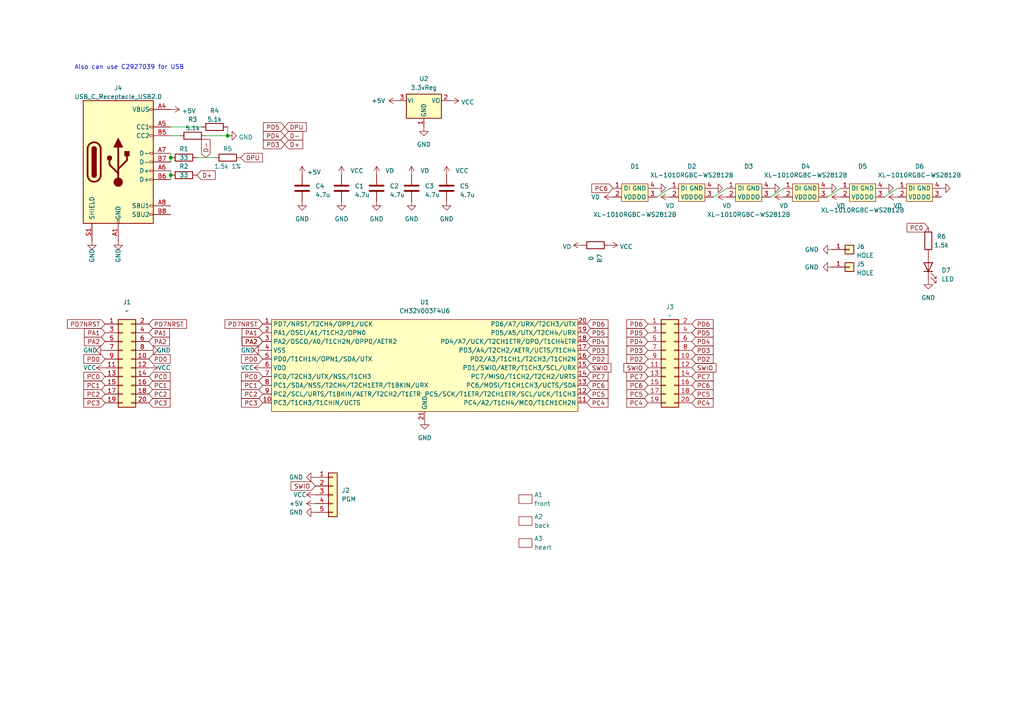
<source format=kicad_sch>
(kicad_sch (version 20230121) (generator eeschema)
  (paper "A4")
  (lib_symbols
    (symbol "CH32V003F4U6:CH32V003F4U6"
      (property "Reference" "U" (at 0 0 0))
      (property "Value" "CH32V003F4U6" (at 0 3.81 0))
      (symbol "CH32V003F4U6_0_1"
        (rectangle (start -44.45 12.7) (end 44.45 -13.97) (fill (type background)))
      )
      (symbol "CH32V003F4U6_1_1"
        (pin bidirectional line (at -46.99 11.43 0) (length 2.54) (name "PD7/NRST/T2CH4/OPP1/UCK") (number "1"))
        (pin bidirectional line (at -46.99 -11.43 0) (length 2.54) (name "PC3/T1CH3/T1CHIN/UCTS") (number "10"))
        (pin bidirectional line (at 46.99 -11.43 180) (length 2.54) (name "PC4/A2/T1CH4/MCO/T1CH1CH2N") (number "11"))
        (pin bidirectional line (at 46.99 -8.89 180) (length 2.54) (name "PC5/SCK/T1ETR/T2CH1ETR/SCL/UCK/T1CH3") (number "12"))
        (pin bidirectional line (at 46.99 -6.35 180) (length 2.54) (name "PC6/MOSI/T1CH1CH3/UCTS/SDA") (number "13"))
        (pin bidirectional line (at 46.99 -3.81 180) (length 2.54) (name "PC7/MISO/T1CH2/T2CH2/URTS") (number "14"))
        (pin bidirectional line (at 46.99 -1.27 180) (length 2.54) (name "PD1/SWIO/AETR/T1CH3/SCL/URX") (number "15"))
        (pin bidirectional line (at 46.99 1.27 180) (length 2.54) (name "PD2/A3/T1CH1/T2CH3/T1CH2N") (number "16"))
        (pin bidirectional line (at 46.99 3.81 180) (length 2.54) (name "PD3/A4/T2CH2/AETR/UCTS/T1CH4") (number "17"))
        (pin bidirectional line (at 46.99 6.35 180) (length 2.54) (name "PD4/A7/UCK/T2CH1ETR/OPO/T1CH4ETR") (number "18"))
        (pin bidirectional line (at 46.99 8.89 180) (length 2.54) (name "PD5/A5/UTX/T2CH4/URX") (number "19"))
        (pin bidirectional line (at -46.99 8.89 0) (length 2.54) (name "PA1/OSCI/A1/T1CH2/OPN0") (number "2"))
        (pin bidirectional line (at 46.99 11.43 180) (length 2.54) (name "PD6/A7/URX/T2CH3/UTX") (number "20"))
        (pin bidirectional line (at 0 -16.51 90) (length 2.54) (name "GND") (number "21"))
        (pin bidirectional line (at -46.99 6.35 0) (length 2.54) (name "PA2/OSCO/A0/T1CH2N/OPP0/AETR2") (number "3"))
        (pin bidirectional line (at -46.99 3.81 0) (length 2.54) (name "VSS") (number "4"))
        (pin bidirectional line (at -46.99 1.27 0) (length 2.54) (name "PD0/T1CH1N/OPN1/SDA/UTX") (number "5"))
        (pin bidirectional line (at -46.99 -1.27 0) (length 2.54) (name "VDD") (number "6"))
        (pin bidirectional line (at -46.99 -3.81 0) (length 2.54) (name "PC0/T2CH3/UTX/NSS/T1CH3") (number "7"))
        (pin bidirectional line (at -46.99 -6.35 0) (length 2.54) (name "PC1/SDA/NSS/T2CH4/T2CH1ETR/T1BKIN/URX") (number "8"))
        (pin bidirectional line (at -46.99 -8.89 0) (length 2.54) (name "PC2/SCL/URTS/T1BKIN/AETR/T2CH2/T1ETR") (number "9"))
      )
    )
    (symbol "Connector:USB_C_Receptacle_USB2.0" (pin_names (offset 1.016))
      (property "Reference" "J" (at -10.16 19.05 0))
      (property "Value" "USB_C_Receptacle_USB2.0" (at 19.05 19.05 0))
      (symbol "USB_C_Receptacle_USB2.0_0_0"
        (rectangle (start -0.254 -17.78) (end 0.254 -16.764))
        (rectangle (start 10.16 -14.986) (end 9.144 -15.494))
        (rectangle (start 10.16 -12.446) (end 9.144 -12.954))
        (rectangle (start 10.16 -4.826) (end 9.144 -5.334))
        (rectangle (start 10.16 -2.286) (end 9.144 -2.794))
        (rectangle (start 10.16 0.254) (end 9.144 -0.254))
        (rectangle (start 10.16 2.794) (end 9.144 2.286))
        (rectangle (start 10.16 7.874) (end 9.144 7.366))
        (rectangle (start 10.16 10.414) (end 9.144 9.906))
        (rectangle (start 10.16 15.494) (end 9.144 14.986))
      )
      (symbol "USB_C_Receptacle_USB2.0_0_1"
        (rectangle (start -10.16 17.78) (end 10.16 -17.78) (stroke (width 0.254)) (fill (type background)))
        (arc (start -8.89 -3.81) (mid -6.985 -5.7067) (end -5.08 -3.81) (stroke (width 0.508)))
        (arc (start -7.62 -3.81) (mid -6.985 -4.4423) (end -6.35 -3.81) (stroke (width 0.254)))
        (arc (start -7.62 -3.81) (mid -6.985 -4.4423) (end -6.35 -3.81) (stroke (width 0.254)) (fill (type outline)))
        (rectangle (start -7.62 -3.81) (end -6.35 3.81) (stroke (width 0.254)) (fill (type outline)))
        (arc (start -6.35 3.81) (mid -6.985 4.4423) (end -7.62 3.81) (stroke (width 0.254)))
        (arc (start -6.35 3.81) (mid -6.985 4.4423) (end -7.62 3.81) (stroke (width 0.254)) (fill (type outline)))
        (arc (start -5.08 3.81) (mid -6.985 5.7067) (end -8.89 3.81) (stroke (width 0.508)))
        (circle (center -2.54 1.143) (radius 0.635) (stroke (width 0.254)) (fill (type outline)))
        (circle (center 0 -5.842) (radius 1.27) (fill (type outline)))
        (polyline (pts (xy -8.89 -3.81) (xy -8.89 3.81)) (stroke (width 0.508)))
        (polyline (pts (xy -5.08 3.81) (xy -5.08 -3.81)) (stroke (width 0.508)))
        (polyline (pts (xy 0 -5.842) (xy 0 4.318)) (stroke (width 0.508)))
        (polyline (pts (xy 0 -3.302) (xy -2.54 -0.762) (xy -2.54 0.508)) (stroke (width 0.508)))
        (polyline (pts (xy 0 -2.032) (xy 2.54 0.508) (xy 2.54 1.778)) (stroke (width 0.508)))
        (polyline (pts (xy -1.27 4.318) (xy 0 6.858) (xy 1.27 4.318) (xy -1.27 4.318)) (stroke (width 0.254)) (fill (type outline)))
        (rectangle (start 1.905 1.778) (end 3.175 3.048) (stroke (width 0.254)) (fill (type outline)))
      )
      (symbol "USB_C_Receptacle_USB2.0_1_1"
        (pin passive line (at 0 -22.86 90) (length 5.08) (name "GND") (number "A1"))
        (pin passive line (at 0 -22.86 90) (length 5.08) hide (name "GND") (number "A12"))
        (pin passive line (at 15.24 15.24 180) (length 5.08) (name "VBUS") (number "A4"))
        (pin bidirectional line (at 15.24 10.16 180) (length 5.08) (name "CC1") (number "A5"))
        (pin bidirectional line (at 15.24 -2.54 180) (length 5.08) (name "D+") (number "A6"))
        (pin bidirectional line (at 15.24 2.54 180) (length 5.08) (name "D-") (number "A7"))
        (pin bidirectional line (at 15.24 -12.7 180) (length 5.08) (name "SBU1") (number "A8"))
        (pin passive line (at 15.24 15.24 180) (length 5.08) hide (name "VBUS") (number "A9"))
        (pin passive line (at 0 -22.86 90) (length 5.08) hide (name "GND") (number "B1"))
        (pin passive line (at 0 -22.86 90) (length 5.08) hide (name "GND") (number "B12"))
        (pin passive line (at 15.24 15.24 180) (length 5.08) hide (name "VBUS") (number "B4"))
        (pin bidirectional line (at 15.24 7.62 180) (length 5.08) (name "CC2") (number "B5"))
        (pin bidirectional line (at 15.24 -5.08 180) (length 5.08) (name "D+") (number "B6"))
        (pin bidirectional line (at 15.24 0 180) (length 5.08) (name "D-") (number "B7"))
        (pin bidirectional line (at 15.24 -15.24 180) (length 5.08) (name "SBU2") (number "B8"))
        (pin passive line (at 15.24 15.24 180) (length 5.08) hide (name "VBUS") (number "B9"))
        (pin passive line (at -7.62 -22.86 90) (length 5.08) (name "SHIELD") (number "S1"))
      )
    )
    (symbol "Connector_Generic:Conn_01x01" (pin_names (offset 1.016) hide)
      (property "Reference" "J" (at 0 2.54 0))
      (property "Value" "Conn_01x01" (at 0 -2.54 0))
      (symbol "Conn_01x01_1_1"
        (rectangle (start -1.27 0.127) (end 0 -0.127) (stroke (width 0.1524)))
        (rectangle (start -1.27 1.27) (end 1.27 -1.27) (stroke (width 0.254)) (fill (type background)))
        (pin passive line (at -5.08 0 0) (length 3.81) (name "Pin_1") (number "1"))
      )
    )
    (symbol "Connector_Generic:Conn_01x05" (pin_names (offset 1.016) hide)
      (property "Reference" "J" (at 0 7.62 0))
      (property "Value" "Conn_01x05" (at 0 -7.62 0))
      (symbol "Conn_01x05_1_1"
        (rectangle (start -1.27 -4.953) (end 0 -5.207) (stroke (width 0.1524)))
        (rectangle (start -1.27 -2.413) (end 0 -2.667) (stroke (width 0.1524)))
        (rectangle (start -1.27 0.127) (end 0 -0.127) (stroke (width 0.1524)))
        (rectangle (start -1.27 2.667) (end 0 2.413) (stroke (width 0.1524)))
        (rectangle (start -1.27 5.207) (end 0 4.953) (stroke (width 0.1524)))
        (rectangle (start -1.27 6.35) (end 1.27 -6.35) (stroke (width 0.254)) (fill (type background)))
        (pin passive line (at -5.08 5.08 0) (length 3.81) (name "Pin_1") (number "1"))
        (pin passive line (at -5.08 2.54 0) (length 3.81) (name "Pin_2") (number "2"))
        (pin passive line (at -5.08 0 0) (length 3.81) (name "Pin_3") (number "3"))
        (pin passive line (at -5.08 -2.54 0) (length 3.81) (name "Pin_4") (number "4"))
        (pin passive line (at -5.08 -5.08 0) (length 3.81) (name "Pin_5") (number "5"))
      )
    )
    (symbol "Connector_Generic:Conn_02x10_Odd_Even" (pin_names (offset 1.016) hide)
      (property "Reference" "J" (at 1.27 12.7 0))
      (property "Value" "Conn_02x10_Odd_Even" (at 1.27 -15.24 0))
      (symbol "Conn_02x10_Odd_Even_1_1"
        (rectangle (start -1.27 -12.573) (end 0 -12.827) (stroke (width 0.1524)))
        (rectangle (start -1.27 -10.033) (end 0 -10.287) (stroke (width 0.1524)))
        (rectangle (start -1.27 -7.493) (end 0 -7.747) (stroke (width 0.1524)))
        (rectangle (start -1.27 -4.953) (end 0 -5.207) (stroke (width 0.1524)))
        (rectangle (start -1.27 -2.413) (end 0 -2.667) (stroke (width 0.1524)))
        (rectangle (start -1.27 0.127) (end 0 -0.127) (stroke (width 0.1524)))
        (rectangle (start -1.27 2.667) (end 0 2.413) (stroke (width 0.1524)))
        (rectangle (start -1.27 5.207) (end 0 4.953) (stroke (width 0.1524)))
        (rectangle (start -1.27 7.747) (end 0 7.493) (stroke (width 0.1524)))
        (rectangle (start -1.27 10.287) (end 0 10.033) (stroke (width 0.1524)))
        (rectangle (start -1.27 11.43) (end 3.81 -13.97) (stroke (width 0.254)) (fill (type background)))
        (rectangle (start 3.81 -12.573) (end 2.54 -12.827) (stroke (width 0.1524)))
        (rectangle (start 3.81 -10.033) (end 2.54 -10.287) (stroke (width 0.1524)))
        (rectangle (start 3.81 -7.493) (end 2.54 -7.747) (stroke (width 0.1524)))
        (rectangle (start 3.81 -4.953) (end 2.54 -5.207) (stroke (width 0.1524)))
        (rectangle (start 3.81 -2.413) (end 2.54 -2.667) (stroke (width 0.1524)))
        (rectangle (start 3.81 0.127) (end 2.54 -0.127) (stroke (width 0.1524)))
        (rectangle (start 3.81 2.667) (end 2.54 2.413) (stroke (width 0.1524)))
        (rectangle (start 3.81 5.207) (end 2.54 4.953) (stroke (width 0.1524)))
        (rectangle (start 3.81 7.747) (end 2.54 7.493) (stroke (width 0.1524)))
        (rectangle (start 3.81 10.287) (end 2.54 10.033) (stroke (width 0.1524)))
        (pin passive line (at -5.08 10.16 0) (length 3.81) (name "Pin_1") (number "1"))
        (pin passive line (at 7.62 0 180) (length 3.81) (name "Pin_10") (number "10"))
        (pin passive line (at -5.08 -2.54 0) (length 3.81) (name "Pin_11") (number "11"))
        (pin passive line (at 7.62 -2.54 180) (length 3.81) (name "Pin_12") (number "12"))
        (pin passive line (at -5.08 -5.08 0) (length 3.81) (name "Pin_13") (number "13"))
        (pin passive line (at 7.62 -5.08 180) (length 3.81) (name "Pin_14") (number "14"))
        (pin passive line (at -5.08 -7.62 0) (length 3.81) (name "Pin_15") (number "15"))
        (pin passive line (at 7.62 -7.62 180) (length 3.81) (name "Pin_16") (number "16"))
        (pin passive line (at -5.08 -10.16 0) (length 3.81) (name "Pin_17") (number "17"))
        (pin passive line (at 7.62 -10.16 180) (length 3.81) (name "Pin_18") (number "18"))
        (pin passive line (at -5.08 -12.7 0) (length 3.81) (name "Pin_19") (number "19"))
        (pin passive line (at 7.62 10.16 180) (length 3.81) (name "Pin_2") (number "2"))
        (pin passive line (at 7.62 -12.7 180) (length 3.81) (name "Pin_20") (number "20"))
        (pin passive line (at -5.08 7.62 0) (length 3.81) (name "Pin_3") (number "3"))
        (pin passive line (at 7.62 7.62 180) (length 3.81) (name "Pin_4") (number "4"))
        (pin passive line (at -5.08 5.08 0) (length 3.81) (name "Pin_5") (number "5"))
        (pin passive line (at 7.62 5.08 180) (length 3.81) (name "Pin_6") (number "6"))
        (pin passive line (at -5.08 2.54 0) (length 3.81) (name "Pin_7") (number "7"))
        (pin passive line (at 7.62 2.54 180) (length 3.81) (name "Pin_8") (number "8"))
        (pin passive line (at -5.08 0 0) (length 3.81) (name "Pin_9") (number "9"))
      )
    )
    (symbol "Device:C" (pin_numbers hide) (pin_names (offset 0.254))
      (property "Reference" "C" (at 0.635 2.54 0))
      (property "Value" "C" (at 0.635 -2.54 0))
      (symbol "C_0_1"
        (polyline (pts (xy -2.032 -0.762) (xy 2.032 -0.762)) (stroke (width 0.508)))
        (polyline (pts (xy -2.032 0.762) (xy 2.032 0.762)) (stroke (width 0.508)))
      )
      (symbol "C_1_1"
        (pin passive line (at 0 3.81 270) (length 2.794) (name "~") (number "1"))
        (pin passive line (at 0 -3.81 90) (length 2.794) (name "~") (number "2"))
      )
    )
    (symbol "Device:LED" (pin_numbers hide) (pin_names (offset 1.016) hide)
      (property "Reference" "D" (at 0 2.54 0))
      (property "Value" "LED" (at 0 -2.54 0))
      (symbol "LED_0_1"
        (polyline (pts (xy -1.27 -1.27) (xy -1.27 1.27)) (stroke (width 0.254)))
        (polyline (pts (xy -1.27 0) (xy 1.27 0)))
        (polyline (pts (xy 1.27 -1.27) (xy 1.27 1.27) (xy -1.27 0) (xy 1.27 -1.27)) (stroke (width 0.254)))
        (polyline (pts (xy -3.048 -0.762) (xy -4.572 -2.286) (xy -3.81 -2.286) (xy -4.572 -2.286) (xy -4.572 -1.524)))
        (polyline (pts (xy -1.778 -0.762) (xy -3.302 -2.286) (xy -2.54 -2.286) (xy -3.302 -2.286) (xy -3.302 -1.524)))
      )
      (symbol "LED_1_1"
        (pin passive line (at -3.81 0 0) (length 2.54) (name "K") (number "1"))
        (pin passive line (at 3.81 0 180) (length 2.54) (name "A") (number "2"))
      )
    )
    (symbol "Device:R" (pin_numbers hide) (pin_names (offset 0))
      (property "Reference" "R" (at 2.032 0 90))
      (property "Value" "R" (at 0 0 90))
      (symbol "R_0_1"
        (rectangle (start -1.016 -2.54) (end 1.016 2.54) (stroke (width 0.254)))
      )
      (symbol "R_1_1"
        (pin passive line (at 0 3.81 270) (length 1.27) (name "~") (number "1"))
        (pin passive line (at 0 -3.81 90) (length 1.27) (name "~") (number "2"))
      )
    )
    (symbol "Regulator_Linear:XC6206PxxxMR" (pin_names (offset 0.254))
      (property "Reference" "U" (at -3.81 3.175 0))
      (property "Value" "XC6206PxxxMR" (at 0 3.175 0))
      (symbol "XC6206PxxxMR_0_1"
        (rectangle (start -5.08 1.905) (end 5.08 -5.08) (stroke (width 0.254)) (fill (type background)))
      )
      (symbol "XC6206PxxxMR_1_1"
        (pin power_in line (at 0 -7.62 90) (length 2.54) (name "GND") (number "1"))
        (pin power_out line (at 7.62 0 180) (length 2.54) (name "VO") (number "2"))
        (pin power_in line (at -7.62 0 0) (length 2.54) (name "VI") (number "3"))
      )
    )
    (symbol "SK6805-EC15_1"
      (property "Reference" "D" (at 0 -3.81 0))
      (property "Value" "SK6805-EC15_1" (at -1.27 3.81 0))
      (symbol "SK6805-EC15_1_0_1"
        (rectangle (start -3.81 2.54) (end 3.81 -2.54) (fill (type background)))
      )
      (symbol "SK6805-EC15_1_1_1"
        (pin input line (at -6.35 1.27 0) (length 2.54) (name "DI") (number "1"))
        (pin power_in line (at -6.35 -1.27 0) (length 2.54) (name "VDD") (number "2"))
        (pin output line (at 6.35 -1.27 180) (length 2.54) (name "DO") (number "3"))
        (pin power_in line (at 6.35 1.27 180) (length 2.54) (name "GND") (number "4"))
      )
    )
    (symbol "SK6805-EC15_2"
      (property "Reference" "D" (at 0 -3.81 0))
      (property "Value" "SK6805-EC15_2" (at -1.27 3.81 0))
      (symbol "SK6805-EC15_2_0_1"
        (rectangle (start -3.81 2.54) (end 3.81 -2.54) (fill (type background)))
      )
      (symbol "SK6805-EC15_2_1_1"
        (pin input line (at -6.35 1.27 0) (length 2.54) (name "DI") (number "1"))
        (pin power_in line (at -6.35 -1.27 0) (length 2.54) (name "VDD") (number "2"))
        (pin output line (at 6.35 -1.27 180) (length 2.54) (name "DO") (number "3"))
        (pin power_in line (at 6.35 1.27 180) (length 2.54) (name "GND") (number "4"))
      )
    )
    (symbol "SK6805-EC15_3"
      (property "Reference" "D" (at 0 -3.81 0))
      (property "Value" "SK6805-EC15_3" (at -1.27 3.81 0))
      (symbol "SK6805-EC15_3_0_1"
        (rectangle (start -3.81 2.54) (end 3.81 -2.54) (fill (type background)))
      )
      (symbol "SK6805-EC15_3_1_1"
        (pin input line (at -6.35 1.27 0) (length 2.54) (name "DI") (number "1"))
        (pin power_in line (at -6.35 -1.27 0) (length 2.54) (name "VDD") (number "2"))
        (pin output line (at 6.35 -1.27 180) (length 2.54) (name "DO") (number "3"))
        (pin power_in line (at 6.35 1.27 180) (length 2.54) (name "GND") (number "4"))
      )
    )
    (symbol "SK6805-EC15_4"
      (property "Reference" "D" (at 0 -3.81 0))
      (property "Value" "SK6805-EC15_4" (at -1.27 3.81 0))
      (symbol "SK6805-EC15_4_0_1"
        (rectangle (start -3.81 2.54) (end 3.81 -2.54) (fill (type background)))
      )
      (symbol "SK6805-EC15_4_1_1"
        (pin input line (at -6.35 1.27 0) (length 2.54) (name "DI") (number "1"))
        (pin power_in line (at -6.35 -1.27 0) (length 2.54) (name "VDD") (number "2"))
        (pin output line (at 6.35 -1.27 180) (length 2.54) (name "DO") (number "3"))
        (pin power_in line (at 6.35 1.27 180) (length 2.54) (name "GND") (number "4"))
      )
    )
    (symbol "SK6805-EC15_5"
      (property "Reference" "D" (at 0 -3.81 0))
      (property "Value" "SK6805-EC15_5" (at -1.27 3.81 0))
      (symbol "SK6805-EC15_5_0_1"
        (rectangle (start -3.81 2.54) (end 3.81 -2.54) (fill (type background)))
      )
      (symbol "SK6805-EC15_5_1_1"
        (pin input line (at -6.35 1.27 0) (length 2.54) (name "DI") (number "1"))
        (pin power_in line (at -6.35 -1.27 0) (length 2.54) (name "VDD") (number "2"))
        (pin output line (at 6.35 -1.27 180) (length 2.54) (name "DO") (number "3"))
        (pin power_in line (at 6.35 1.27 180) (length 2.54) (name "GND") (number "4"))
      )
    )
    (symbol "artwork:artwork"
      (property "Reference" "A" (at 0 0 0))
      (property "Value" "artwork" (at 0 2.54 0))
      (symbol "artwork_0_1"
        (rectangle (start -1.905 1.27) (end 1.905 -1.27))
      )
    )
    (symbol "cnhardware:SK6805-EC15"
      (property "Reference" "D" (at 0 -3.81 0))
      (property "Value" "SK6805-EC15" (at -1.27 3.81 0))
      (symbol "SK6805-EC15_0_1"
        (rectangle (start -3.81 2.54) (end 3.81 -2.54) (fill (type background)))
      )
      (symbol "SK6805-EC15_1_1"
        (pin input line (at -6.35 1.27 0) (length 2.54) (name "DI") (number "1"))
        (pin power_in line (at -6.35 -1.27 0) (length 2.54) (name "VDD") (number "2"))
        (pin output line (at 6.35 -1.27 180) (length 2.54) (name "DO") (number "3"))
        (pin power_in line (at 6.35 1.27 180) (length 2.54) (name "GND") (number "4"))
      )
    )
    (symbol "power:+5V" (power) (pin_names (offset 0))
      (property "Value" "+5V" (at 0 3.556 0))
      (symbol "+5V_0_1"
        (polyline (pts (xy -0.762 1.27) (xy 0 2.54)))
        (polyline (pts (xy 0 0) (xy 0 2.54)))
        (polyline (pts (xy 0 2.54) (xy 0.762 1.27)))
      )
      (symbol "+5V_1_1"
        (pin power_in line (at 0 0 90) (length 0) hide (name "+5V") (number "1"))
      )
    )
    (symbol "power:GND" (power) (pin_names (offset 0))
      (property "Value" "GND" (at 0 -3.81 0))
      (symbol "GND_0_1"
        (polyline (pts (xy 0 0) (xy 0 -1.27) (xy 1.27 -1.27) (xy 0 -2.54) (xy -1.27 -1.27) (xy 0 -1.27)))
      )
      (symbol "GND_1_1"
        (pin power_in line (at 0 0 270) (length 0) hide (name "GND") (number "1"))
      )
    )
    (symbol "power:VCC" (power) (pin_names (offset 0))
      (property "Value" "VCC" (at 0 3.81 0))
      (symbol "VCC_0_1"
        (polyline (pts (xy -0.762 1.27) (xy 0 2.54)))
        (polyline (pts (xy 0 0) (xy 0 2.54)))
        (polyline (pts (xy 0 2.54) (xy 0.762 1.27)))
      )
      (symbol "VCC_1_1"
        (pin power_in line (at 0 0 90) (length 0) hide (name "VCC") (number "1"))
      )
    )
    (symbol "power:VD" (power) (pin_names (offset 0))
      (property "Value" "VD" (at 0 3.81 0))
      (symbol "VD_0_1"
        (polyline (pts (xy -0.762 1.27) (xy 0 2.54)))
        (polyline (pts (xy 0 0) (xy 0 2.54)))
        (polyline (pts (xy 0 2.54) (xy 0.762 1.27)))
      )
      (symbol "VD_1_1"
        (pin power_in line (at 0 0 90) (length 0) hide (name "VD") (number "1"))
      )
    )
  )
  (junction (at 49.53 50.8))
  (junction (at 66.04 39.37))
  (junction (at 49.53 45.72))
  (wire (pts (xy 57.15 45.72) (xy 62.23 45.72)))
  (wire (pts (xy 52.07 39.37) (xy 49.53 39.37)))
  (wire (pts (xy 66.04 39.37) (xy 66.04 36.83)))
  (wire (pts (xy 223.52 57.15) (xy 227.33 54.61)))
  (wire (pts (xy 49.53 49.53) (xy 49.53 50.8)))
  (wire (pts (xy 207.01 57.15) (xy 210.82 54.61)))
  (wire (pts (xy 190.5 57.15) (xy 194.31 54.61)))
  (wire (pts (xy 240.03 57.15) (xy 243.84 54.61)))
  (wire (pts (xy 49.53 45.72) (xy 49.53 46.99)))
  (wire (pts (xy 59.69 39.37) (xy 66.04 39.37)))
  (wire (pts (xy 256.54 57.15) (xy 260.35 54.61)))
  (wire (pts (xy 49.53 44.45) (xy 49.53 45.72)))
  (wire (pts (xy 58.42 36.83) (xy 49.53 36.83)))
  (wire (pts (xy 49.53 50.8) (xy 49.53 52.07)))
  (text "Also can use C2927039 for USB" (at 21.59 20.32 0) (effects (font (size 1.27 1.27)) (justify left bottom)))
  (global_label "PC5" (shape input) (at 187.96 114.3 180) (property "Intersheetrefs" "${INTERSHEET_REFS}" (effects hide)))
  (global_label "PC3" (shape input) (at 30.48 116.84 180) (property "Intersheetrefs" "${INTERSHEET_REFS}" (effects hide)))
  (global_label "PA1" (shape input) (at 43.18 96.52 0) (property "Intersheetrefs" "${INTERSHEET_REFS}" (effects hide)))
  (global_label "PD6" (shape input) (at 170.18 93.98 0) (property "Intersheetrefs" "${INTERSHEET_REFS}" (effects hide)))
  (global_label "D+" (shape input) (at 82.55 41.91 0) (property "Intersheetrefs" "${INTERSHEET_REFS}" (effects hide)))
  (global_label "PC6" (shape input) (at 200.66 111.76 0) (property "Intersheetrefs" "${INTERSHEET_REFS}" (effects hide)))
  (global_label "SWIO" (shape input) (at 200.66 106.68 0) (property "Intersheetrefs" "${INTERSHEET_REFS}" (effects hide)))
  (global_label "PD2" (shape input) (at 170.18 104.14 0) (property "Intersheetrefs" "${INTERSHEET_REFS}" (effects hide)))
  (global_label "PC0" (shape input) (at 269.24 66.04 180) (property "Intersheetrefs" "${INTERSHEET_REFS}" (effects hide)))
  (global_label "PC5" (shape input) (at 170.18 114.3 0) (property "Intersheetrefs" "${INTERSHEET_REFS}" (effects hide)))
  (global_label "PA2" (shape input) (at 76.2 99.06 180) (property "Intersheetrefs" "${INTERSHEET_REFS}" (effects hide)))
  (global_label "PD0" (shape input) (at 30.48 104.14 180) (property "Intersheetrefs" "${INTERSHEET_REFS}" (effects hide)))
  (global_label "PC3" (shape input) (at 43.18 116.84 0) (property "Intersheetrefs" "${INTERSHEET_REFS}" (effects hide)))
  (global_label "PD5" (shape input) (at 187.96 96.52 180) (property "Intersheetrefs" "${INTERSHEET_REFS}" (effects hide)))
  (global_label "PC0" (shape input) (at 76.2 109.22 180) (property "Intersheetrefs" "${INTERSHEET_REFS}" (effects hide)))
  (global_label "PD4" (shape input) (at 170.18 99.06 0) (property "Intersheetrefs" "${INTERSHEET_REFS}" (effects hide)))
  (global_label "PC1" (shape input) (at 43.18 111.76 0) (property "Intersheetrefs" "${INTERSHEET_REFS}" (effects hide)))
  (global_label "PC3" (shape input) (at 76.2 116.84 180) (property "Intersheetrefs" "${INTERSHEET_REFS}" (effects hide)))
  (global_label "PD5" (shape input) (at 200.66 96.52 0) (property "Intersheetrefs" "${INTERSHEET_REFS}" (effects hide)))
  (global_label "PD6" (shape input) (at 200.66 93.98 0) (property "Intersheetrefs" "${INTERSHEET_REFS}" (effects hide)))
  (global_label "PA2" (shape input) (at 43.18 99.06 0) (property "Intersheetrefs" "${INTERSHEET_REFS}" (effects hide)))
  (global_label "PD7NRST" (shape input) (at 43.18 93.98 0) (property "Intersheetrefs" "${INTERSHEET_REFS}" (effects hide)))
  (global_label "PA1" (shape input) (at 76.2 96.52 180) (property "Intersheetrefs" "${INTERSHEET_REFS}" (effects hide)))
  (global_label "PA2" (shape input) (at 30.48 99.06 180) (property "Intersheetrefs" "${INTERSHEET_REFS}" (effects hide)))
  (global_label "PD7NRST" (shape input) (at 76.2 93.98 180) (property "Intersheetrefs" "${INTERSHEET_REFS}" (effects hide)))
  (global_label "PC1" (shape input) (at 76.2 111.76 180) (property "Intersheetrefs" "${INTERSHEET_REFS}" (effects hide)))
  (global_label "PC7" (shape input) (at 187.96 109.22 180) (property "Intersheetrefs" "${INTERSHEET_REFS}" (effects hide)))
  (global_label "D-" (shape input) (at 82.55 39.37 0) (property "Intersheetrefs" "${INTERSHEET_REFS}" (effects hide)))
  (global_label "PC2" (shape input) (at 30.48 114.3 180) (property "Intersheetrefs" "${INTERSHEET_REFS}" (effects hide)))
  (global_label "PC4" (shape input) (at 187.96 116.84 180) (property "Intersheetrefs" "${INTERSHEET_REFS}" (effects hide)))
  (global_label "PC5" (shape input) (at 200.66 114.3 0) (property "Intersheetrefs" "${INTERSHEET_REFS}" (effects hide)))
  (global_label "PD4" (shape input) (at 82.55 39.37 180) (property "Intersheetrefs" "${INTERSHEET_REFS}" (effects hide)))
  (global_label "PC2" (shape input) (at 43.18 114.3 0) (property "Intersheetrefs" "${INTERSHEET_REFS}" (effects hide)))
  (global_label "PD7NRST" (shape input) (at 30.48 93.98 180) (property "Intersheetrefs" "${INTERSHEET_REFS}" (effects hide)))
  (global_label "PD3" (shape input) (at 170.18 101.6 0) (property "Intersheetrefs" "${INTERSHEET_REFS}" (effects hide)))
  (global_label "PD2" (shape input) (at 200.66 104.14 0) (property "Intersheetrefs" "${INTERSHEET_REFS}" (effects hide)))
  (global_label "D-" (shape input) (at 59.69 45.72 90) (property "Intersheetrefs" "${INTERSHEET_REFS}" (effects hide)))
  (global_label "PC0" (shape input) (at 30.48 109.22 180) (property "Intersheetrefs" "${INTERSHEET_REFS}" (effects hide)))
  (global_label "PC1" (shape input) (at 30.48 111.76 180) (property "Intersheetrefs" "${INTERSHEET_REFS}" (effects hide)))
  (global_label "PC7" (shape input) (at 170.18 109.22 0) (property "Intersheetrefs" "${INTERSHEET_REFS}" (effects hide)))
  (global_label "PD3" (shape input) (at 200.66 101.6 0) (property "Intersheetrefs" "${INTERSHEET_REFS}" (effects hide)))
  (global_label "DPU" (shape input) (at 69.85 45.72 0) (property "Intersheetrefs" "${INTERSHEET_REFS}" (effects hide)))
  (global_label "DPU" (shape input) (at 82.55 36.83 0) (property "Intersheetrefs" "${INTERSHEET_REFS}" (effects hide)))
  (global_label "D+" (shape input) (at 57.15 50.8 0) (property "Intersheetrefs" "${INTERSHEET_REFS}" (effects hide)))
  (global_label "PD3" (shape input) (at 187.96 101.6 180) (property "Intersheetrefs" "${INTERSHEET_REFS}" (effects hide)))
  (global_label "PD0" (shape input) (at 76.2 104.14 180) (property "Intersheetrefs" "${INTERSHEET_REFS}" (effects hide)))
  (global_label "PC6" (shape input) (at 170.18 111.76 0) (property "Intersheetrefs" "${INTERSHEET_REFS}" (effects hide)))
  (global_label "PC6" (shape input) (at 177.8 54.61 180) (property "Intersheetrefs" "${INTERSHEET_REFS}" (effects hide)))
  (global_label "SWIO" (shape input) (at 91.44 140.97 180) (property "Intersheetrefs" "${INTERSHEET_REFS}" (effects hide)))
  (global_label "SWIO" (shape input) (at 187.96 106.68 180) (property "Intersheetrefs" "${INTERSHEET_REFS}" (effects hide)))
  (global_label "PC6" (shape input) (at 187.96 111.76 180) (property "Intersheetrefs" "${INTERSHEET_REFS}" (effects hide)))
  (global_label "PC2" (shape input) (at 76.2 114.3 180) (property "Intersheetrefs" "${INTERSHEET_REFS}" (effects hide)))
  (global_label "PD5" (shape input) (at 170.18 96.52 0) (property "Intersheetrefs" "${INTERSHEET_REFS}" (effects hide)))
  (global_label "PD3" (shape input) (at 82.55 41.91 180) (property "Intersheetrefs" "${INTERSHEET_REFS}" (effects hide)))
  (global_label "PA2" (shape input) (at 76.2 99.06 180) (property "Intersheetrefs" "${INTERSHEET_REFS}" (effects hide)))
  (global_label "PD4" (shape input) (at 187.96 99.06 180) (property "Intersheetrefs" "${INTERSHEET_REFS}" (effects hide)))
  (global_label "PC0" (shape input) (at 43.18 109.22 0) (property "Intersheetrefs" "${INTERSHEET_REFS}" (effects hide)))
  (global_label "PC4" (shape input) (at 170.18 116.84 0) (property "Intersheetrefs" "${INTERSHEET_REFS}" (effects hide)))
  (global_label "PA1" (shape input) (at 30.48 96.52 180) (property "Intersheetrefs" "${INTERSHEET_REFS}" (effects hide)))
  (global_label "PD5" (shape input) (at 82.55 36.83 180) (property "Intersheetrefs" "${INTERSHEET_REFS}" (effects hide)))
  (global_label "PC7" (shape input) (at 200.66 109.22 0) (property "Intersheetrefs" "${INTERSHEET_REFS}" (effects hide)))
  (global_label "PD2" (shape input) (at 187.96 104.14 180) (property "Intersheetrefs" "${INTERSHEET_REFS}" (effects hide)))
  (global_label "PD4" (shape input) (at 200.66 99.06 0) (property "Intersheetrefs" "${INTERSHEET_REFS}" (effects hide)))
  (global_label "PC4" (shape input) (at 200.66 116.84 0) (property "Intersheetrefs" "${INTERSHEET_REFS}" (effects hide)))
  (global_label "PD0" (shape input) (at 43.18 104.14 0) (property "Intersheetrefs" "${INTERSHEET_REFS}" (effects hide)))
  (global_label "SWIO" (shape input) (at 170.18 106.68 0) (property "Intersheetrefs" "${INTERSHEET_REFS}" (effects hide)))
  (global_label "PD6" (shape input) (at 187.96 93.98 180) (property "Intersheetrefs" "${INTERSHEET_REFS}" (effects hide)))
  (symbol (lib_id "power:GND") (at 207.01 54.61 90) (unit 1)
    (property "Reference" "#PWR0128" (effects hide))
    (property "Value" "GND" (effects hide))
  )
  (symbol (lib_id "power:GND") (at 241.3 77.47 270) (unit 1)
    (property "Reference" "#PWR0132" (effects hide))
    (property "Value" "GND" (at 237.49 77.47 90) (effects (justify right)))
  )
  (symbol (lib_id "power:GND") (at 99.06 58.42 0) (unit 1)
    (property "Reference" "#PWR0103" (effects hide))
    (property "Value" "GND" (at 99.06 63.5 0))
  )
  (symbol (lib_id "power:GND") (at 223.52 54.61 90) (unit 1)
    (property "Reference" "#PWR0127" (effects hide))
    (property "Value" "GND" (effects hide))
  )
  (symbol (lib_id "power:VD") (at 260.35 57.15 90) (unit 1)
    (property "Reference" "#PWR0140" (effects hide))
    (property "Value" "VD" (at 259.08 59.69 90) (effects (justify right)))
  )
  (symbol (lib_id "power:VD") (at 227.33 57.15 90) (unit 1)
    (property "Reference" "#PWR0126" (effects hide))
    (property "Value" "VD" (at 226.06 59.69 90) (effects (justify right)))
  )
  (symbol (lib_id "power:VCC") (at 99.06 50.8 0) (unit 1)
    (property "Reference" "#PWR0102" (effects hide))
    (property "Value" "VCC" (at 101.6 49.5299 0) (effects (justify left)))
  )
  (symbol (lib_id "power:GND") (at 30.48 101.6 270) (unit 1)
    (property "Reference" "#PWR0116" (effects hide))
    (property "Value" "GND" (at 24.13 101.6 90) (effects (justify left)))
  )
  (symbol (lib_name "SK6805-EC15_1") (lib_id "cnhardware:SK6805-EC15") (at 184.15 55.88 0) (unit 1)
    (property "Reference" "D1" (at 184.15 48.26 0))
    (property "Value" "XL-1010RGBC-WS2812B" (at 184.15 62.23 0))
    (property "Footprint" "cnhardware:XL-1010RGBC-WS812B" (effects hide))
    (property "LCSC" "C5349953" (effects hide))
  )
  (symbol (lib_id "Device:R") (at 66.04 45.72 90) (unit 1)
    (property "Reference" "R5" (at 66.04 43.18 90))
    (property "Value" "1.5k 1%" (at 66.04 48.26 90))
    (property "Footprint" "Resistor_SMD:R_0402_1005Metric" (effects hide))
    (property "LCSC" "C25867" (effects hide))
  )
  (symbol (lib_id "power:GND") (at 26.67 69.85 0) (unit 1)
    (property "Reference" "#PWR0120" (effects hide))
    (property "Value" "GND" (at 26.67 76.2 90) (effects (justify left)))
  )
  (symbol (lib_id "Device:C") (at 129.54 54.61 0) (unit 1)
    (property "Reference" "C5" (at 133.35 53.975 0) (effects (justify left)))
    (property "Value" "4.7u" (at 133.35 56.515 0) (effects (justify left)))
    (property "Footprint" "Capacitor_SMD:C_0402_1005Metric" (effects hide))
    (property "LCSC" "C23733" (effects hide))
  )
  (symbol (lib_id "Device:C") (at 109.22 54.61 0) (unit 1)
    (property "Reference" "C2" (at 113.03 53.975 0) (effects (justify left)))
    (property "Value" "4.7u" (at 113.03 56.515 0) (effects (justify left)))
    (property "Footprint" "Capacitor_SMD:C_0402_1005Metric" (effects hide))
    (property "LCSC" "C23733" (effects hide))
  )
  (symbol (lib_id "power:VCC") (at 176.53 71.12 270) (unit 1)
    (property "Reference" "#PWR0104" (effects hide))
    (property "Value" "VCC" (at 179.705 71.5538 90) (effects (justify left)))
  )
  (symbol (lib_id "power:GND") (at 91.44 138.43 270) (unit 1)
    (property "Reference" "#PWR0115" (effects hide))
    (property "Value" "GND" (at 83.82 138.43 90) (effects (justify left)))
  )
  (symbol (lib_id "power:+5V") (at 49.53 31.75 270) (unit 1)
    (property "Reference" "#PWR0133" (effects hide))
    (property "Value" "+5V" (at 52.705 32.1838 90) (effects (justify left)))
  )
  (symbol (lib_id "power:+5V") (at 87.63 50.8 0) (unit 1)
    (property "Reference" "#PWR0135" (effects hide))
    (property "Value" "+5V" (at 89.027 49.9638 0) (effects (justify left)))
  )
  (symbol (lib_id "power:GND") (at 241.3 72.39 270) (unit 1)
    (property "Reference" "#PWR09" (effects hide))
    (property "Value" "GND" (at 237.49 72.39 90) (effects (justify right)))
  )
  (symbol (lib_id "Connector:USB_C_Receptacle_USB2.0") (at 34.29 46.99 0) (unit 1)
    (property "Reference" "J4" (at 34.29 25.5102 0))
    (property "Value" "USB_C_Receptacle_USB2.0" (at 34.29 28.0471 0))
    (property "Footprint" "Connector_USB:USB_C_Receptacle_HRO_TYPE-C-31-M-12" (effects hide))
    (property "Datasheet" "https://www.usb.org/sites/default/files/documents/usb_type-c.zip" (effects hide))
    (property "LCSC" "C709358" (effects hide))
  )
  (symbol (lib_id "power:GND") (at 109.22 58.42 0) (unit 1)
    (property "Reference" "#PWR0101" (effects hide))
    (property "Value" "GND" (at 109.22 63.5 0))
  )
  (symbol (lib_id "power:VCC") (at 129.54 50.8 0) (unit 1)
    (property "Reference" "#PWR0144" (effects hide))
    (property "Value" "VCC" (at 132.08 49.5299 0) (effects (justify left)))
  )
  (symbol (lib_id "Connector_Generic:Conn_01x05") (at 96.52 143.51 0) (unit 1)
    (property "Reference" "J2" (at 99.06 142.2399 0) (effects (justify left)))
    (property "Value" "PGM" (at 99.06 144.7799 0) (effects (justify left)))
    (property "Footprint" "Custom:PinHeader_1x05_P2.54mm_Vertical" (effects hide))
    (property "LCSC" "C358687" (effects hide))
  )
  (symbol (lib_id "power:VD") (at 194.31 57.15 90) (unit 1)
    (property "Reference" "#PWR0123" (effects hide))
    (property "Value" "VD" (at 193.04 59.69 90) (effects (justify right)))
  )
  (symbol (lib_id "Device:R") (at 53.34 50.8 90) (unit 1)
    (property "Reference" "R2" (at 53.34 48.26 90))
    (property "Value" "33" (at 53.34 50.8 90))
    (property "Footprint" "Resistor_SMD:R_0402_1005Metric" (effects hide))
    (property "LCSC" "C25105" (effects hide))
  )
  (symbol (lib_id "artwork:artwork") (at 152.4 144.78 0) (unit 1)
    (property "Reference" "A1" (at 154.94 143.5099 0) (effects (justify left)))
    (property "Value" "front" (at 154.94 146.0499 0) (effects (justify left)))
    (property "Footprint" "art:Front" (effects hide))
  )
  (symbol (lib_id "power:VCC") (at 130.556 29.21 270) (unit 1)
    (property "Reference" "#PWR04" (effects hide))
    (property "Value" "VCC" (at 133.731 29.6438 90) (effects (justify left)))
  )
  (symbol (lib_id "power:GND") (at 87.63 58.42 0) (unit 1)
    (property "Reference" "#PWR0134" (effects hide))
    (property "Value" "GND" (at 87.63 63.5 0))
  )
  (symbol (lib_id "Connector_Generic:Conn_02x10_Odd_Even") (at 35.56 104.14 0) (unit 1)
    (property "Reference" "J1" (at 36.83 87.63 0))
    (property "Value" "~" (at 36.83 90.17 0))
    (property "Footprint" "Custom:PinHeader_2x10_P2.54mm_Vertical" (effects hide))
    (property "LCSC" "C124359" (effects hide))
  )
  (symbol (lib_id "power:VCC") (at 91.44 143.51 90) (unit 1)
    (property "Reference" "#PWR0106" (effects hide))
    (property "Value" "VCC" (at 85.09 143.51 90) (effects (justify right)))
  )
  (symbol (lib_id "Device:LED") (at 269.24 77.47 90) (unit 1)
    (property "Reference" "D7" (at 273.05 78.4225 90) (effects (justify right)))
    (property "Value" "LED" (at 273.05 80.9625 90) (effects (justify right)))
    (property "Footprint" "LED_SMD:LED_0805_2012Metric" (effects hide))
    (property "LCSC" "C34499" (effects hide))
  )
  (symbol (lib_id "power:+5V") (at 91.44 146.05 90) (unit 1)
    (property "Reference" "#PWR0113" (effects hide))
    (property "Value" "+5V" (at 83.82 146.05 90) (effects (justify right)))
  )
  (symbol (lib_name "SK6805-EC15_5") (lib_id "cnhardware:SK6805-EC15") (at 217.17 55.88 0) (unit 1)
    (property "Reference" "D3" (at 217.17 48.26 0))
    (property "Value" "XL-1010RGBC-WS2812B" (at 217.17 62.23 0))
    (property "Footprint" "cnhardware:XL-1010RGBC-WS812B" (effects hide))
    (property "LCSC" "C5349953" (effects hide))
  )
  (symbol (lib_id "power:GND") (at 256.54 54.61 90) (unit 1)
    (property "Reference" "#PWR0130" (effects hide))
    (property "Value" "GND" (effects hide))
  )
  (symbol (lib_id "power:VCC") (at 76.2 106.68 90) (unit 1)
    (property "Reference" "#PWR0111" (effects hide))
    (property "Value" "VCC" (at 69.85 106.68 90) (effects (justify right)))
  )
  (symbol (lib_id "power:GND") (at 122.936 36.83 0) (unit 1)
    (property "Reference" "#PWR03" (effects hide))
    (property "Value" "GND" (at 122.936 41.91 0))
  )
  (symbol (lib_id "cnhardware:SK6805-EC15") (at 200.66 55.88 0) (unit 1)
    (property "Reference" "D2" (at 200.66 48.26 0))
    (property "Value" "XL-1010RGBC-WS2812B" (at 200.66 50.8 0))
    (property "Footprint" "cnhardware:XL-1010RGBC-WS812B" (effects hide))
    (property "LCSC" "C5349953" (effects hide))
  )
  (symbol (lib_id "power:GND") (at 129.54 58.42 0) (unit 1)
    (property "Reference" "#PWR0142" (effects hide))
    (property "Value" "GND" (at 129.54 63.5 0))
  )
  (symbol (lib_id "power:GND") (at 273.05 54.61 90) (unit 1)
    (property "Reference" "#PWR0141" (effects hide))
    (property "Value" "GND" (effects hide))
  )
  (symbol (lib_id "CH32V003F4U6:CH32V003F4U6") (at 123.19 105.41 0) (unit 1)
    (property "Reference" "U1" (at 123.19 87.63 0))
    (property "Value" "CH32V003F4U6" (at 123.19 90.17 0))
    (property "Footprint" "Package_DFN_QFN:QFN-20-1EP_3x3mm_P0.4mm_EP1.65x1.65mm" (effects hide))
    (property "LCSC" "C5299908" (effects hide))
  )
  (symbol (lib_id "artwork:artwork") (at 152.4 157.48 0) (unit 1)
    (property "Reference" "A3" (at 154.94 156.2099 0) (effects (justify left)))
    (property "Value" "heart" (at 154.94 158.7499 0) (effects (justify left)))
    (property "Footprint" "art:Heart" (effects hide))
  )
  (symbol (lib_id "power:VCC") (at 30.48 106.68 90) (unit 1)
    (property "Reference" "#PWR0114" (effects hide))
    (property "Value" "VCC" (at 24.13 106.68 90) (effects (justify right)))
  )
  (symbol (lib_name "SK6805-EC15_4") (lib_id "cnhardware:SK6805-EC15") (at 233.68 55.88 0) (unit 1)
    (property "Reference" "D4" (at 233.68 48.26 0))
    (property "Value" "XL-1010RGBC-WS2812B" (at 233.68 50.8 0))
    (property "Footprint" "cnhardware:XL-1010RGBC-WS812B" (effects hide))
    (property "LCSC" "C5349953" (effects hide))
  )
  (symbol (lib_id "Device:R") (at 62.23 36.83 90) (unit 1)
    (property "Reference" "R4" (at 62.23 32.1142 90))
    (property "Value" "5.1k" (at 62.23 34.6511 90))
    (property "Footprint" "Resistor_SMD:R_0402_1005Metric" (effects hide))
    (property "LCSC" "C25905" (effects hide))
  )
  (symbol (lib_id "power:GND") (at 240.03 54.61 90) (unit 1)
    (property "Reference" "#PWR0124" (effects hide))
    (property "Value" "GND" (effects hide))
  )
  (symbol (lib_id "power:GND") (at 76.2 101.6 270) (unit 1)
    (property "Reference" "#PWR0112" (effects hide))
    (property "Value" "GND" (at 69.85 101.6 90) (effects (justify left)))
  )
  (symbol (lib_id "power:GND") (at 43.18 101.6 90) (mirror x) (unit 1)
    (property "Reference" "#PWR0143" (effects hide))
    (property "Value" "GND" (at 49.53 101.6 90) (effects (justify left)))
  )
  (symbol (lib_id "Connector_Generic:Conn_01x01") (at 246.38 72.39 0) (unit 1)
    (property "Reference" "J6" (at 248.412 71.5553 0) (effects (justify left)))
    (property "Value" "HOLE" (at 248.412 74.0922 0) (effects (justify left)))
    (property "Footprint" "MountingHole:MountingHole_2.2mm_M2_DIN965_Pad" (effects hide))
  )
  (symbol (lib_id "Device:R") (at 269.24 69.85 180) (unit 1)
    (property "Reference" "R6" (at 273.05 68.58 0))
    (property "Value" "1.5k" (at 273.05 71.12 0))
    (property "Footprint" "Resistor_SMD:R_0402_1005Metric" (effects hide))
    (property "LCSC" "C25867" (effects hide))
  )
  (symbol (lib_id "power:VD") (at 210.82 57.15 90) (unit 1)
    (property "Reference" "#PWR0129" (effects hide))
    (property "Value" "VD" (at 209.55 59.69 90) (effects (justify right)))
  )
  (symbol (lib_name "SK6805-EC15_3") (lib_id "cnhardware:SK6805-EC15") (at 250.19 55.88 0) (unit 1)
    (property "Reference" "D5" (at 250.19 48.26 0))
    (property "Value" "XL-1010RGBC-WS2812B" (at 250.19 60.96 0))
    (property "Footprint" "cnhardware:XL-1010RGBC-WS812B" (effects hide))
    (property "LCSC" "C5349953" (effects hide))
  )
  (symbol (lib_id "power:GND") (at 119.38 58.42 0) (unit 1)
    (property "Reference" "#PWR0109" (effects hide))
    (property "Value" "GND" (at 119.38 63.5 0))
  )
  (symbol (lib_id "artwork:artwork") (at 152.4 151.13 0) (unit 1)
    (property "Reference" "A2" (at 154.94 149.8599 0) (effects (justify left)))
    (property "Value" "back" (at 154.94 152.3999 0) (effects (justify left)))
    (property "Footprint" "art:Back" (effects hide))
  )
  (symbol (lib_id "power:GND") (at 66.04 39.37 90) (unit 1)
    (property "Reference" "#PWR0121" (effects hide))
    (property "Value" "GND" (at 69.215 39.8038 90) (effects (justify right)))
  )
  (symbol (lib_id "power:VD") (at 119.38 50.8 0) (unit 1)
    (property "Reference" "#PWR0110" (effects hide))
    (property "Value" "VD" (at 121.92 49.5299 0) (effects (justify left)))
  )
  (symbol (lib_id "power:GND") (at 123.19 121.92 0) (unit 1)
    (property "Reference" "#PWR0117" (effects hide))
    (property "Value" "GND" (at 123.19 127 0))
  )
  (symbol (lib_id "power:VD") (at 243.84 57.15 90) (unit 1)
    (property "Reference" "#PWR0125" (effects hide))
    (property "Value" "VD" (at 242.57 59.69 90) (effects (justify right)))
  )
  (symbol (lib_id "Device:C") (at 99.06 54.61 0) (unit 1)
    (property "Reference" "C1" (at 102.87 53.975 0) (effects (justify left)))
    (property "Value" "4.7u" (at 102.87 56.515 0) (effects (justify left)))
    (property "Footprint" "Capacitor_SMD:C_0402_1005Metric" (effects hide))
    (property "LCSC" "C23733" (effects hide))
  )
  (symbol (lib_id "power:VCC") (at 43.18 106.68 270) (mirror x) (unit 1)
    (property "Reference" "#PWR0131" (effects hide))
    (property "Value" "VCC" (at 49.53 106.68 90) (effects (justify right)))
  )
  (symbol (lib_id "power:GND") (at 190.5 54.61 90) (unit 1)
    (property "Reference" "#PWR0122" (effects hide))
    (property "Value" "GND" (effects hide))
  )
  (symbol (lib_id "power:GND") (at 269.24 81.28 0) (unit 1)
    (property "Reference" "#PWR01" (effects hide))
    (property "Value" "GND" (at 269.24 86.36 0))
  )
  (symbol (lib_id "Device:R") (at 172.72 71.12 90) (unit 1)
    (property "Reference" "R7" (at 173.99 74.93 0))
    (property "Value" "0" (at 171.45 74.93 0))
    (property "Footprint" "Resistor_SMD:R_0402_1005Metric" (effects hide))
    (property "LCSC" " C17168" (effects hide))
  )
  (symbol (lib_id "power:VD") (at 168.91 71.12 90) (unit 1)
    (property "Reference" "#PWR0105" (effects hide))
    (property "Value" "VD" (at 165.735 71.5538 90) (effects (justify left)))
  )
  (symbol (lib_id "power:VD") (at 177.8 57.15 90) (unit 1)
    (property "Reference" "#PWR0108" (effects hide))
    (property "Value" "VD" (at 171.45 57.15 90) (effects (justify right)))
  )
  (symbol (lib_id "power:GND") (at 91.44 148.59 270) (unit 1)
    (property "Reference" "#PWR0118" (effects hide))
    (property "Value" "GND" (at 83.82 148.59 90) (effects (justify left)))
  )
  (symbol (lib_name "SK6805-EC15_2") (lib_id "cnhardware:SK6805-EC15") (at 266.7 55.88 0) (unit 1)
    (property "Reference" "D6" (at 266.7 48.26 0))
    (property "Value" "XL-1010RGBC-WS2812B" (at 266.7 50.8 0))
    (property "Footprint" "cnhardware:XL-1010RGBC-WS812B" (effects hide))
    (property "LCSC" "C5349953" (effects hide))
  )
  (symbol (lib_id "Device:C") (at 87.63 54.61 0) (unit 1)
    (property "Reference" "C4" (at 91.44 53.975 0) (effects (justify left)))
    (property "Value" "4.7u" (at 91.44 56.515 0) (effects (justify left)))
    (property "Footprint" "Capacitor_SMD:C_0402_1005Metric" (effects hide))
    (property "LCSC" "C23733" (effects hide))
  )
  (symbol (lib_id "power:VD") (at 109.22 50.8 0) (unit 1)
    (property "Reference" "#PWR0119" (effects hide))
    (property "Value" "VD" (at 111.76 49.5299 0) (effects (justify left)))
  )
  (symbol (lib_id "Device:C") (at 119.38 54.61 0) (unit 1)
    (property "Reference" "C3" (at 123.19 53.975 0) (effects (justify left)))
    (property "Value" "4.7u" (at 123.19 56.515 0) (effects (justify left)))
    (property "Footprint" "Capacitor_SMD:C_0402_1005Metric" (effects hide))
    (property "LCSC" "C23733" (effects hide))
  )
  (symbol (lib_id "Connector_Generic:Conn_01x01") (at 246.38 77.47 0) (unit 1)
    (property "Reference" "J5" (at 248.412 76.6353 0) (effects (justify left)))
    (property "Value" "HOLE" (at 248.412 79.1722 0) (effects (justify left)))
    (property "Footprint" "MountingHole:MountingHole_2.2mm_M2_DIN965_Pad" (effects hide))
  )
  (symbol (lib_id "Connector_Generic:Conn_02x10_Odd_Even") (at 193.04 104.14 0) (unit 1)
    (property "Reference" "J3" (at 194.31 89.0102 0))
    (property "Value" "~" (at 194.31 91.5471 0))
    (property "Footprint" "Custom:PinHeader_2x10_P2.54mm_Vertical" (effects hide))
    (property "LCSC" "C124359" (effects hide))
  )
  (symbol (lib_id "Device:R") (at 53.34 45.72 90) (unit 1)
    (property "Reference" "R1" (at 53.34 43.18 90))
    (property "Value" "33" (at 53.34 45.72 90))
    (property "Footprint" "Resistor_SMD:R_0402_1005Metric" (effects hide))
    (property "LCSC" "C25105" (effects hide))
  )
  (symbol (lib_id "power:GND") (at 34.29 69.85 0) (unit 1)
    (property "Reference" "#PWR0107" (effects hide))
    (property "Value" "GND" (at 34.29 76.2 90) (effects (justify left)))
  )
  (symbol (lib_id "power:+5V") (at 115.316 29.21 90) (unit 1)
    (property "Reference" "#PWR02" (effects hide))
    (property "Value" "+5V" (at 107.696 29.21 90) (effects (justify right)))
  )
  (symbol (lib_id "Device:R") (at 55.88 39.37 90) (unit 1)
    (property "Reference" "R3" (at 55.88 34.6542 90))
    (property "Value" "5.1k" (at 55.88 37.1911 90))
    (property "Footprint" "Resistor_SMD:R_0402_1005Metric" (effects hide))
    (property "LCSC" "C25905" (effects hide))
  )
  (symbol (lib_id "Regulator_Linear:XC6206PxxxMR") (at 122.936 29.21 0) (unit 1)
    (property "Reference" "U2" (at 122.936 22.86 0))
    (property "Value" "3.3vReg" (at 122.936 25.4 0))
    (property "Footprint" "Package_TO_SOT_SMD:SOT-23-3" (effects hide))
    (property "Datasheet" "https://www.torexsemi.com/file/xc6206/XC6206.pdf" (effects hide))
    (property "LCSC" "C5446" (effects hide))
    (property "IC" "XC6206P332MR" (effects hide))
  )
)
</source>
